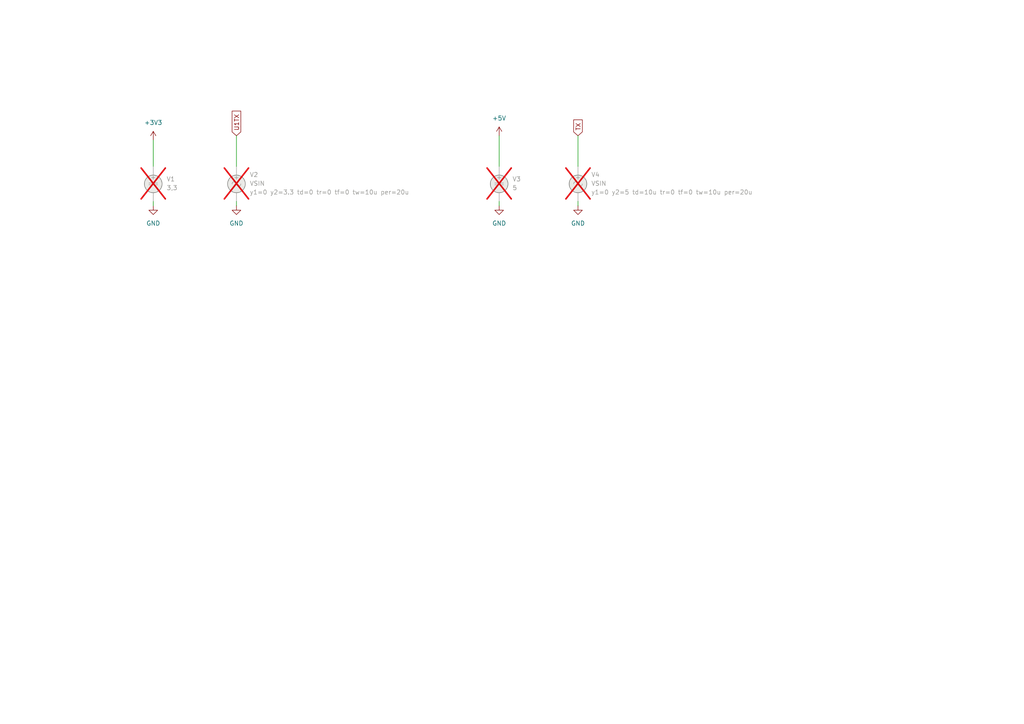
<source format=kicad_sch>
(kicad_sch (version 20230121) (generator eeschema)
  (paper "A4")
  (lib_symbols
    (symbol "Simulation_SPICE:VDC" (pin_numbers hide) (pin_names (offset 0.0254))
      (property "Reference" "V" (at 2.54 2.54 0))
      (property "Value" "1" (at 2.54 0 0))
      (symbol "VDC_0_0"
        (polyline (pts (xy -1.27 0.254) (xy 1.27 0.254)))
        (polyline (pts (xy -0.762 -0.254) (xy -1.27 -0.254)))
        (polyline (pts (xy 0.254 -0.254) (xy -0.254 -0.254)))
        (polyline (pts (xy 1.27 -0.254) (xy 0.762 -0.254)))
        (text "+" (at 0 1.905 0) (effects (font (size 1.27 1.27))))
      )
      (symbol "VDC_0_1"
        (circle (center 0 0) (radius 2.54) (stroke (width 0.254)) (fill (type background)))
      )
      (symbol "VDC_1_1"
        (pin passive line (at 0 5.08 270) (length 2.54) (name "~") (number "1"))
        (pin passive line (at 0 -5.08 90) (length 2.54) (name "~") (number "2"))
      )
    )
    (symbol "Simulation_SPICE:VSIN" (pin_numbers hide) (pin_names (offset 0.0254))
      (property "Reference" "V" (at 2.54 2.54 0))
      (property "Value" "VSIN" (at 2.54 0 0))
      (property "Sim.Params" "dc=0 ampl=1 f=1k ac=1" (at 2.54 -2.54 0))
      (symbol "VSIN_0_0"
        (arc (start 0 0) (mid -0.635 0.6323) (end -1.27 0))
        (arc (start 0 0) (mid 0.635 -0.6323) (end 1.27 0))
        (text "+" (at 0 1.905 0) (effects (font (size 1.27 1.27))))
      )
      (symbol "VSIN_0_1"
        (circle (center 0 0) (radius 2.54) (stroke (width 0.254)) (fill (type background)))
      )
      (symbol "VSIN_1_1"
        (pin passive line (at 0 5.08 270) (length 2.54) (name "~") (number "1"))
        (pin passive line (at 0 -5.08 90) (length 2.54) (name "~") (number "2"))
      )
    )
    (symbol "power:+3V3" (power) (pin_names (offset 0))
      (property "Value" "+3V3" (at 0 3.556 0))
      (symbol "+3V3_0_1"
        (polyline (pts (xy -0.762 1.27) (xy 0 2.54)))
        (polyline (pts (xy 0 0) (xy 0 2.54)))
        (polyline (pts (xy 0 2.54) (xy 0.762 1.27)))
      )
      (symbol "+3V3_1_1"
        (pin power_in line (at 0 0 90) (length 0) hide (name "+3V3") (number "1"))
      )
    )
    (symbol "power:+5V" (power) (pin_names (offset 0))
      (property "Value" "+5V" (at 0 3.556 0))
      (symbol "+5V_0_1"
        (polyline (pts (xy -0.762 1.27) (xy 0 2.54)))
        (polyline (pts (xy 0 0) (xy 0 2.54)))
        (polyline (pts (xy 0 2.54) (xy 0.762 1.27)))
      )
      (symbol "+5V_1_1"
        (pin power_in line (at 0 0 90) (length 0) hide (name "+5V") (number "1"))
      )
    )
    (symbol "power:GND" (power) (pin_names (offset 0))
      (property "Value" "GND" (at 0 -3.81 0))
      (symbol "GND_0_1"
        (polyline (pts (xy 0 0) (xy 0 -1.27) (xy 1.27 -1.27) (xy 0 -2.54) (xy -1.27 -1.27) (xy 0 -1.27)))
      )
      (symbol "GND_1_1"
        (pin power_in line (at 0 0 270) (length 0) hide (name "GND") (number "1"))
      )
    )
  )
  (wire (pts (xy 144.78 58.42) (xy 144.78 59.69)))
  (wire (pts (xy 68.58 58.42) (xy 68.58 59.69)))
  (wire (pts (xy 167.64 58.42) (xy 167.64 59.69)))
  (wire (pts (xy 68.58 39.37) (xy 68.58 48.26)))
  (wire (pts (xy 167.64 39.37) (xy 167.64 48.26)))
  (wire (pts (xy 44.45 58.42) (xy 44.45 59.69)))
  (wire (pts (xy 44.45 40.64) (xy 44.45 48.26)))
  (wire (pts (xy 144.78 39.37) (xy 144.78 48.26)))
  (global_label "TX" (shape input) (at 167.64 39.37 90) (property "Intersheetrefs" "${INTERSHEET_REFS}" (effects hide)))
  (global_label "U1TX" (shape input) (at 68.58 39.37 90) (property "Intersheetrefs" "${INTERSHEET_REFS}" (effects hide)))
  (symbol (lib_id "Simulation_SPICE:VSIN") (at 68.58 53.34 0) (unit 1) (in_bom no) (on_board no) (dnp yes)
    (property "Reference" "V2" (at 72.39 50.6702 0) (effects (justify left)))
    (property "Value" "VSIN" (at 72.39 53.2102 0) (effects (justify left)))
    (property "Sim.Pins" "1=+ 2=-" (effects hide))
    (property "Sim.Params" "y1=0 y2=3.3 td=0 tr=0 tf=0 tw=10u per=20u" (at 72.39 55.7502 0) (effects (justify left)))
    (property "Sim.Type" "PULSE" (effects hide))
    (property "Sim.Device" "V" (effects hide))
  )
  (symbol (lib_id "power:+3V3") (at 44.45 40.64 0) (unit 1)
    (property "Reference" "#PWR01" (effects hide))
    (property "Value" "+3V3" (at 44.45 35.56 0))
  )
  (symbol (lib_id "power:GND") (at 167.64 59.69 0) (unit 1)
    (property "Reference" "#PWR018" (effects hide))
    (property "Value" "GND" (at 167.64 64.77 0))
  )
  (symbol (lib_id "power:+5V") (at 144.78 39.37 0) (unit 1)
    (property "Reference" "#PWR05" (effects hide))
    (property "Value" "+5V" (at 144.78 34.29 0))
  )
  (symbol (lib_id "Simulation_SPICE:VDC") (at 44.45 53.34 0) (unit 1) (in_bom no) (on_board no) (dnp yes)
    (property "Reference" "V1" (at 48.26 51.9402 0) (effects (justify left)))
    (property "Value" "3,3" (at 48.26 54.4802 0) (effects (justify left)))
    (property "Sim.Pins" "1=+ 2=-" (effects hide))
    (property "Sim.Type" "DC" (effects hide))
    (property "Sim.Device" "V" (effects hide))
    (property "Sim.Params" "dc=3.3" (effects hide))
  )
  (symbol (lib_id "Simulation_SPICE:VDC") (at 144.78 53.34 0) (unit 1) (on_board no) (dnp yes)
    (property "Reference" "V3" (at 148.59 51.9402 0) (effects (justify left)))
    (property "Value" "5" (at 148.59 54.4802 0) (effects (justify left)))
    (property "Sim.Pins" "1=+ 2=-" (effects hide))
    (property "Sim.Type" "DC" (effects hide))
    (property "Sim.Device" "V" (effects hide))
    (property "Sim.Params" "dc=5" (effects hide))
  )
  (symbol (lib_id "Simulation_SPICE:VSIN") (at 167.64 53.34 0) (unit 1) (in_bom no) (on_board no) (dnp yes)
    (property "Reference" "V4" (at 171.45 50.6702 0) (effects (justify left)))
    (property "Value" "VSIN" (at 171.45 53.2102 0) (effects (justify left)))
    (property "Sim.Pins" "1=+ 2=-" (effects hide))
    (property "Sim.Params" "y1=0 y2=5 td=10u tr=0 tf=0 tw=10u per=20u" (at 171.45 55.7502 0) (effects (justify left)))
    (property "Sim.Type" "PULSE" (effects hide))
    (property "Sim.Device" "V" (effects hide))
  )
  (symbol (lib_id "power:GND") (at 44.45 59.69 0) (unit 1)
    (property "Reference" "#PWR02" (effects hide))
    (property "Value" "GND" (at 44.45 64.77 0))
  )
  (symbol (lib_id "power:GND") (at 144.78 59.69 0) (unit 1)
    (property "Reference" "#PWR014" (effects hide))
    (property "Value" "GND" (at 144.78 64.77 0))
  )
  (symbol (lib_id "power:GND") (at 68.58 59.69 0) (unit 1)
    (property "Reference" "#PWR04" (effects hide))
    (property "Value" "GND" (at 68.58 64.77 0))
  )
)
</source>
